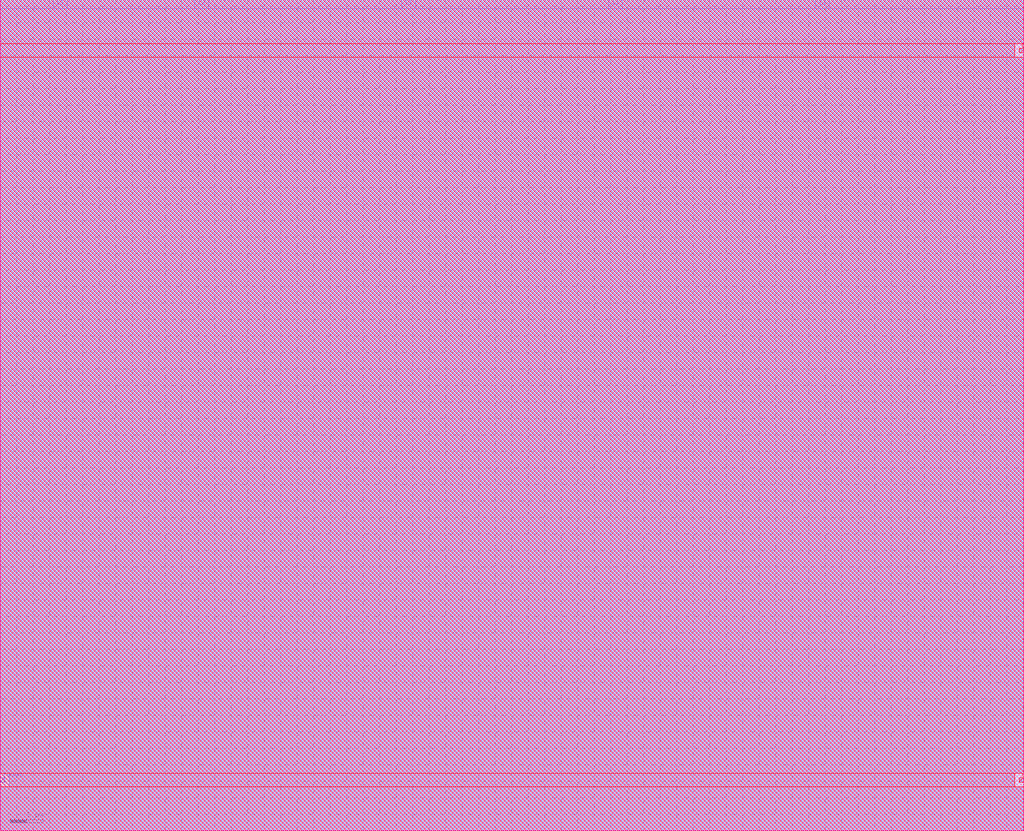
<source format=lef>
###############################################################
#  Generated by:      Cadence Innovus 21.15-s110_1
#  OS:                Linux x86_64(Host ID ra01)
#  Generated on:      Thu Jan 22 17:28:46 2026
#  Design:            counter
#  Command:           write_lef_abstract counter.lef
###############################################################

VERSION 5.8 ;

BUSBITCHARS "[]" ;
DIVIDERCHAR "/" ;

MACRO counter
  CLASS BLOCK ;
  SIZE 62.040000 BY 50.400000 ;
  FOREIGN counter 0.000000 0.000000 ;
  ORIGIN 0 0 ;
  SYMMETRY X Y R90 ;
  PIN reset
    DIRECTION INPUT ;
    USE SIGNAL ;
    ANTENNAPARTIALMETALAREA 3.024 LAYER Metal3  ;
    ANTENNAPARTIALMETALSIDEAREA 11.448 LAYER Metal3  ;
    ANTENNAMODEL OXIDE1 ;
    ANTENNAGATEAREA 0.6696 LAYER Metal3  ;
    ANTENNAMAXAREACAR 10.7322 LAYER Metal3  ;
    ANTENNAMAXSIDEAREACAR 41.1272 LAYER Metal3  ;
    ANTENNAMAXCUTCAR 0.403823 LAYER Via34  ;
    PORT
      LAYER Metal3 ;
        RECT 0.000000 2.940000 0.280000 3.220000 ;
    END
  END reset
  PIN clk
    DIRECTION INPUT ;
    USE SIGNAL ;
    ANTENNAPARTIALMETALAREA 11.9564 LAYER Metal2  ;
    ANTENNAPARTIALMETALSIDEAREA 45.1666 LAYER Metal2  ;
    ANTENNAMODEL OXIDE1 ;
    ANTENNAGATEAREA 0.4824 LAYER Metal2  ;
    ANTENNAMAXAREACAR 34.2522 LAYER Metal2  ;
    ANTENNAMAXSIDEAREACAR 135.999 LAYER Metal2  ;
    ANTENNAMAXCUTCAR 1.50222 LAYER Via23  ;
    PORT
      LAYER Metal2 ;
        RECT 3.490000 50.120000 3.770000 50.400000 ;
    END
  END clk
  PIN count[7]
    DIRECTION OUTPUT ;
    USE SIGNAL ;
    ANTENNADIFFAREA 0.56 LAYER Metal2  ;
    ANTENNAPARTIALMETALAREA 3.346 LAYER Metal2  ;
    ANTENNAPARTIALMETALSIDEAREA 12.667 LAYER Metal2  ;
    PORT
      LAYER Metal2 ;
        RECT 12.070000 50.120000 12.350000 50.400000 ;
    END
  END count[7]
  PIN count[6]
    DIRECTION OUTPUT ;
    USE SIGNAL ;
    ANTENNAPARTIALMETALAREA 4.942 LAYER Metal2  ;
    ANTENNAPARTIALMETALSIDEAREA 18.709 LAYER Metal2  ;
    ANTENNAPARTIALCUTAREA 0.1352 LAYER Via23  ;
    ANTENNADIFFAREA 0.72 LAYER Metal3  ;
    ANTENNAPARTIALMETALAREA 2.4376 LAYER Metal3  ;
    ANTENNAPARTIALMETALSIDEAREA 9.328 LAYER Metal3  ;
    ANTENNAMODEL OXIDE1 ;
    ANTENNAGATEAREA 0.3924 LAYER Metal3  ;
    ANTENNAMAXAREACAR 15.0626 LAYER Metal3  ;
    ANTENNAMAXSIDEAREACAR 57.4766 LAYER Metal3  ;
    ANTENNAMAXCUTCAR 1.74677 LAYER Via34  ;
    PORT
      LAYER Metal2 ;
        RECT 24.610000 50.120000 24.890000 50.400000 ;
    END
  END count[6]
  PIN count[5]
    DIRECTION OUTPUT ;
    USE SIGNAL ;
    ANTENNAPARTIALMETALAREA 6.659 LAYER Metal2  ;
    ANTENNAPARTIALMETALSIDEAREA 24.592 LAYER Metal2  ;
    ANTENNAMODEL OXIDE1 ;
    ANTENNAGATEAREA 0.3924 LAYER Metal2  ;
    ANTENNAMAXAREACAR 24.4111 LAYER Metal2  ;
    ANTENNAMAXSIDEAREACAR 96.4976 LAYER Metal2  ;
    ANTENNAPARTIALCUTAREA 0.1352 LAYER Via23  ;
    ANTENNAMAXCUTCAR 1.21793 LAYER Via23  ;
    ANTENNADIFFAREA 0.72 LAYER Metal3  ;
    ANTENNAPARTIALMETALAREA 2.8784 LAYER Metal3  ;
    ANTENNAPARTIALMETALSIDEAREA 11.1936 LAYER Metal3  ;
    ANTENNAGATEAREA 0.3924 LAYER Metal3  ;
    ANTENNAMAXAREACAR 31.7465 LAYER Metal3  ;
    ANTENNAMAXSIDEAREACAR 125.024 LAYER Metal3  ;
    ANTENNAMAXCUTCAR 1.21793 LAYER Via34  ;
    PORT
      LAYER Metal2 ;
        RECT 37.150000 50.120000 37.430000 50.400000 ;
    END
  END count[5]
  PIN count[4]
    DIRECTION OUTPUT ;
    USE SIGNAL ;
    ANTENNADIFFAREA 0.72 LAYER Metal2  ;
    ANTENNAPARTIALMETALAREA 6.9612 LAYER Metal2  ;
    ANTENNAPARTIALMETALSIDEAREA 25.9594 LAYER Metal2  ;
    ANTENNAMODEL OXIDE1 ;
    ANTENNAGATEAREA 0.3924 LAYER Metal2  ;
    ANTENNAMAXAREACAR 23.3686 LAYER Metal2  ;
    ANTENNAMAXSIDEAREACAR 91.6283 LAYER Metal2  ;
    ANTENNAMAXCUTCAR 0.873385 LAYER Via23  ;
    PORT
      LAYER Metal2 ;
        RECT 49.690000 50.120000 49.970000 50.400000 ;
    END
  END count[4]
  PIN count[3]
    DIRECTION OUTPUT ;
    USE SIGNAL ;
    ANTENNADIFFAREA 0.72 LAYER Metal3  ;
    ANTENNAPARTIALMETALAREA 4.7544 LAYER Metal3  ;
    ANTENNAPARTIALMETALSIDEAREA 18.2956 LAYER Metal3  ;
    ANTENNAMODEL OXIDE1 ;
    ANTENNAGATEAREA 0.3924 LAYER Metal3  ;
    ANTENNAMAXAREACAR 49.5253 LAYER Metal3  ;
    ANTENNAMAXSIDEAREACAR 189.297 LAYER Metal3  ;
    ANTENNAMAXCUTCAR 1.70707 LAYER Via34  ;
    PORT
      LAYER Metal3 ;
        RECT 61.760000 47.180000 62.040000 47.460000 ;
    END
  END count[3]
  PIN count[2]
    DIRECTION OUTPUT ;
    USE SIGNAL ;
    ANTENNADIFFAREA 0.72 LAYER Metal5  ;
    ANTENNAPARTIALMETALAREA 0.4368 LAYER Metal5  ;
    ANTENNAPARTIALMETALSIDEAREA 1.6536 LAYER Metal5  ;
    ANTENNAMODEL OXIDE1 ;
    ANTENNAGATEAREA 0.3924 LAYER Metal5  ;
    ANTENNAMAXAREACAR 45.1987 LAYER Metal5  ;
    ANTENNAMAXSIDEAREACAR 175.504 LAYER Metal5  ;
    ANTENNAMAXCUTCAR 1.90702 LAYER Via56  ;
    PORT
      LAYER Metal5 ;
        RECT 61.760000 47.180000 62.040000 47.460000 ;
    END
  END count[2]
  PIN count[1]
    DIRECTION OUTPUT ;
    USE SIGNAL ;
    ANTENNADIFFAREA 0.72 LAYER Metal3  ;
    ANTENNAPARTIALMETALAREA 9.1896 LAYER Metal3  ;
    ANTENNAPARTIALMETALSIDEAREA 35.086 LAYER Metal3  ;
    ANTENNAMODEL OXIDE1 ;
    ANTENNAGATEAREA 0.2376 LAYER Metal3  ;
    ANTENNAMAXAREACAR 55.2685 LAYER Metal3  ;
    ANTENNAMAXSIDEAREACAR 210.439 LAYER Metal3  ;
    ANTENNAMAXCUTCAR 1.70707 LAYER Via34  ;
    PORT
      LAYER Metal3 ;
        RECT 61.760000 2.940000 62.040000 3.220000 ;
    END
  END count[1]
  PIN count[0]
    DIRECTION OUTPUT ;
    USE SIGNAL ;
    ANTENNADIFFAREA 0.72 LAYER Metal5  ;
    ANTENNAPARTIALMETALAREA 0.4368 LAYER Metal5  ;
    ANTENNAPARTIALMETALSIDEAREA 1.6536 LAYER Metal5  ;
    ANTENNAMODEL OXIDE1 ;
    ANTENNAGATEAREA 0.4968 LAYER Metal5  ;
    ANTENNAMAXAREACAR 43.3305 LAYER Metal5  ;
    ANTENNAMAXSIDEAREACAR 165.589 LAYER Metal5  ;
    ANTENNAMAXCUTCAR 1.68233 LAYER Via56  ;
    PORT
      LAYER Metal5 ;
        RECT 61.760000 2.940000 62.040000 3.220000 ;
    END
  END count[0]
  OBS
    LAYER Metal1 ;
      RECT 0.000000 0.000000 62.040000 50.400000 ;
    LAYER Metal2 ;
      RECT 50.250000 49.840000 62.040000 50.400000 ;
      RECT 37.710000 49.840000 49.410000 50.400000 ;
      RECT 25.170000 49.840000 36.870000 50.400000 ;
      RECT 12.630000 49.840000 24.330000 50.400000 ;
      RECT 4.050000 49.840000 11.790000 50.400000 ;
      RECT 0.000000 49.840000 3.210000 50.400000 ;
      RECT 0.000000 0.000000 62.040000 49.840000 ;
    LAYER Metal3 ;
      RECT 0.000000 47.740000 62.040000 50.400000 ;
      RECT 0.000000 46.900000 61.480000 47.740000 ;
      RECT 0.000000 3.500000 62.040000 46.900000 ;
      RECT 0.560000 2.660000 61.480000 3.500000 ;
      RECT 0.000000 0.000000 62.040000 2.660000 ;
    LAYER Metal4 ;
      RECT 0.000000 0.000000 62.040000 50.400000 ;
    LAYER Metal5 ;
      RECT 0.000000 47.740000 62.040000 50.400000 ;
      RECT 0.000000 46.900000 61.480000 47.740000 ;
      RECT 0.000000 3.500000 62.040000 46.900000 ;
      RECT 0.000000 2.660000 61.480000 3.500000 ;
      RECT 0.000000 0.000000 62.040000 2.660000 ;
    LAYER Metal6 ;
      RECT 0.000000 0.000000 62.040000 50.400000 ;
  END
END counter

END LIBRARY

</source>
